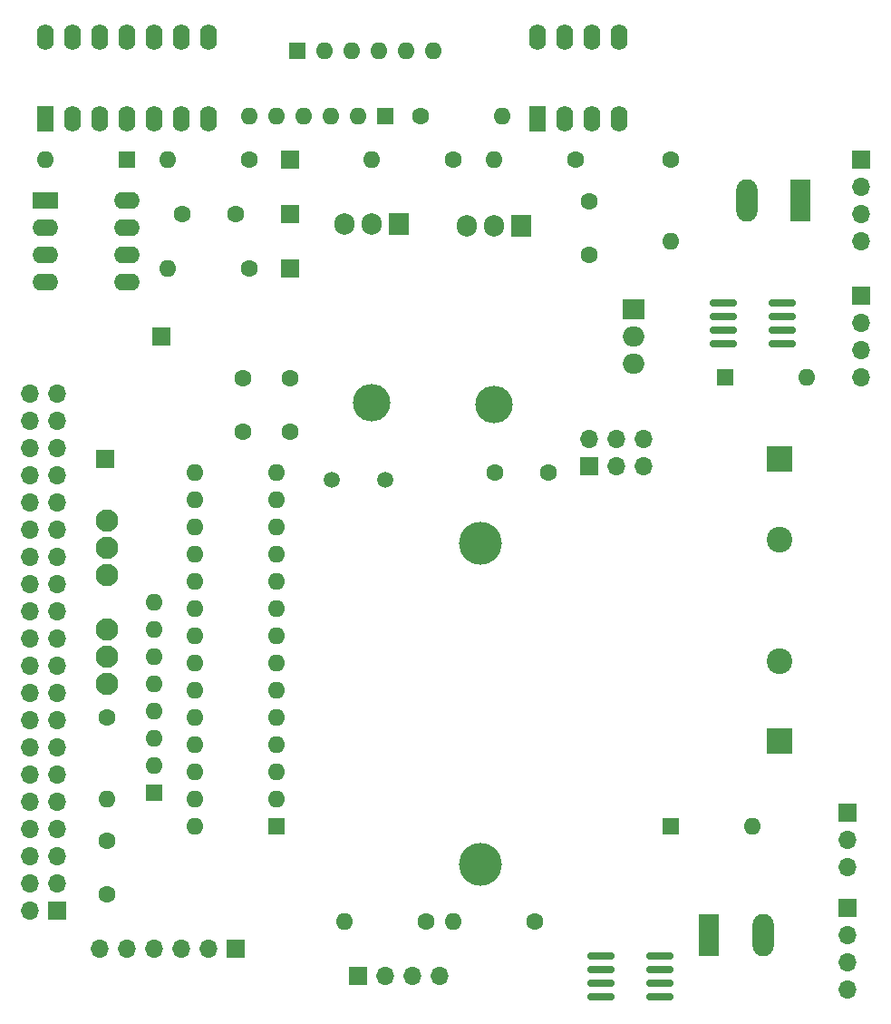
<source format=gts>
G04 #@! TF.GenerationSoftware,KiCad,Pcbnew,(6.0.6-0)*
G04 #@! TF.CreationDate,2022-09-27T20:01:57-07:00*
G04 #@! TF.ProjectId,Atverter_Ev1r4,41747665-7274-4657-925f-45763172342e,rev?*
G04 #@! TF.SameCoordinates,Original*
G04 #@! TF.FileFunction,Soldermask,Top*
G04 #@! TF.FilePolarity,Negative*
%FSLAX46Y46*%
G04 Gerber Fmt 4.6, Leading zero omitted, Abs format (unit mm)*
G04 Created by KiCad (PCBNEW (6.0.6-0)) date 2022-09-27 20:01:57*
%MOMM*%
%LPD*%
G01*
G04 APERTURE LIST*
G04 Aperture macros list*
%AMRoundRect*
0 Rectangle with rounded corners*
0 $1 Rounding radius*
0 $2 $3 $4 $5 $6 $7 $8 $9 X,Y pos of 4 corners*
0 Add a 4 corners polygon primitive as box body*
4,1,4,$2,$3,$4,$5,$6,$7,$8,$9,$2,$3,0*
0 Add four circle primitives for the rounded corners*
1,1,$1+$1,$2,$3*
1,1,$1+$1,$4,$5*
1,1,$1+$1,$6,$7*
1,1,$1+$1,$8,$9*
0 Add four rect primitives between the rounded corners*
20,1,$1+$1,$2,$3,$4,$5,0*
20,1,$1+$1,$4,$5,$6,$7,0*
20,1,$1+$1,$6,$7,$8,$9,0*
20,1,$1+$1,$8,$9,$2,$3,0*%
G04 Aperture macros list end*
%ADD10R,1.700000X1.700000*%
%ADD11O,1.600000X1.600000*%
%ADD12R,1.600000X1.600000*%
%ADD13O,1.700000X1.700000*%
%ADD14C,1.600000*%
%ADD15C,4.000000*%
%ADD16O,3.500000X3.500000*%
%ADD17R,1.905000X2.000000*%
%ADD18O,1.905000X2.000000*%
%ADD19R,2.400000X2.400000*%
%ADD20C,2.400000*%
%ADD21RoundRect,0.150000X1.100000X0.150000X-1.100000X0.150000X-1.100000X-0.150000X1.100000X-0.150000X0*%
%ADD22C,2.100000*%
%ADD23R,1.600000X2.400000*%
%ADD24O,1.600000X2.400000*%
%ADD25C,1.500000*%
%ADD26R,2.400000X1.600000*%
%ADD27O,2.400000X1.600000*%
%ADD28R,1.980000X3.960000*%
%ADD29O,1.980000X3.960000*%
%ADD30R,2.000000X1.905000*%
%ADD31O,2.000000X1.905000*%
G04 APERTURE END LIST*
D10*
X74168000Y-83820000D03*
D11*
X87630000Y-51816000D03*
X90170000Y-51816000D03*
X92710000Y-51816000D03*
X95250000Y-51816000D03*
X97790000Y-51816000D03*
D12*
X100330000Y-51816000D03*
D13*
X124460000Y-81915000D03*
X124460000Y-84455000D03*
X121920000Y-81915000D03*
X121920000Y-84455000D03*
X119380000Y-81915000D03*
D10*
X119380000Y-84455000D03*
X91440000Y-60960000D03*
D14*
X74295000Y-107950000D03*
D11*
X74295000Y-115570000D03*
D15*
X109220000Y-91680000D03*
X109220000Y-121680000D03*
D16*
X99060000Y-78550000D03*
D17*
X101600000Y-61890000D03*
D18*
X99060000Y-61890000D03*
X96520000Y-61890000D03*
D10*
X144780000Y-68590000D03*
D13*
X144780000Y-71130000D03*
X144780000Y-73670000D03*
X144780000Y-76210000D03*
D10*
X91440000Y-66040000D03*
D14*
X87630000Y-55880000D03*
D11*
X80010000Y-55880000D03*
D19*
X137160000Y-83820000D03*
D20*
X137160000Y-91320000D03*
D14*
X87630000Y-66040000D03*
D11*
X80010000Y-66040000D03*
D21*
X137370000Y-73025000D03*
X137370000Y-71755000D03*
X137370000Y-70485000D03*
X137370000Y-69215000D03*
X131870000Y-69215000D03*
X131870000Y-70485000D03*
X131870000Y-71755000D03*
X131870000Y-73025000D03*
D12*
X90160000Y-118100000D03*
D11*
X90160000Y-115560000D03*
X90160000Y-113020000D03*
X90160000Y-110480000D03*
X90160000Y-107940000D03*
X90160000Y-105400000D03*
X90160000Y-102860000D03*
X90160000Y-100320000D03*
X90160000Y-97780000D03*
X90160000Y-95240000D03*
X90160000Y-92700000D03*
X90160000Y-90160000D03*
X90160000Y-87620000D03*
X90160000Y-85080000D03*
X82540000Y-85080000D03*
X82540000Y-87620000D03*
X82540000Y-90160000D03*
X82540000Y-92700000D03*
X82540000Y-95240000D03*
X82540000Y-97780000D03*
X82540000Y-100320000D03*
X82540000Y-102860000D03*
X82540000Y-105400000D03*
X82540000Y-107940000D03*
X82540000Y-110480000D03*
X82540000Y-113020000D03*
X82540000Y-115560000D03*
X82540000Y-118100000D03*
D14*
X74295000Y-124460000D03*
X74295000Y-119460000D03*
X114300000Y-127000000D03*
D11*
X106680000Y-127000000D03*
D12*
X78740000Y-114945000D03*
D11*
X78740000Y-112405000D03*
X78740000Y-109865000D03*
X78740000Y-107325000D03*
X78740000Y-104785000D03*
X78740000Y-102245000D03*
X78740000Y-99705000D03*
X78740000Y-97165000D03*
D22*
X74295000Y-104775000D03*
X74295000Y-102235000D03*
X74295000Y-99695000D03*
D14*
X119380000Y-59730000D03*
X119380000Y-64730000D03*
D23*
X68575000Y-52085000D03*
D24*
X71115000Y-52085000D03*
X73655000Y-52085000D03*
X76195000Y-52085000D03*
X78735000Y-52085000D03*
X81275000Y-52085000D03*
X83815000Y-52085000D03*
X83815000Y-44465000D03*
X81275000Y-44465000D03*
X78735000Y-44465000D03*
X76195000Y-44465000D03*
X73655000Y-44465000D03*
X71115000Y-44465000D03*
X68575000Y-44465000D03*
D22*
X74360370Y-94615000D03*
X74360370Y-92075000D03*
X74360370Y-89535000D03*
D16*
X110490000Y-78740000D03*
D17*
X113030000Y-62080000D03*
D18*
X110490000Y-62080000D03*
X107950000Y-62080000D03*
D14*
X86995000Y-81240000D03*
X86995000Y-76240000D03*
X104140000Y-127000000D03*
D11*
X96520000Y-127000000D03*
D23*
X114564000Y-52085000D03*
D24*
X117104000Y-52085000D03*
X119644000Y-52085000D03*
X122184000Y-52085000D03*
X122184000Y-44465000D03*
X119644000Y-44465000D03*
X117104000Y-44465000D03*
X114564000Y-44465000D03*
D14*
X103632000Y-51816000D03*
D11*
X111252000Y-51816000D03*
D25*
X95290000Y-85725000D03*
X100290000Y-85725000D03*
D12*
X92075000Y-45720000D03*
D11*
X94615000Y-45720000D03*
X97155000Y-45720000D03*
X99695000Y-45720000D03*
X102235000Y-45720000D03*
X104775000Y-45720000D03*
D12*
X132080000Y-76200000D03*
D11*
X139700000Y-76200000D03*
D14*
X115530000Y-85090000D03*
X110530000Y-85090000D03*
D10*
X79375000Y-72390000D03*
D12*
X76190000Y-55870000D03*
D11*
X68570000Y-55870000D03*
D21*
X125940000Y-133985000D03*
X125940000Y-132715000D03*
X125940000Y-131445000D03*
X125940000Y-130175000D03*
X120440000Y-130175000D03*
X120440000Y-131445000D03*
X120440000Y-132715000D03*
X120440000Y-133985000D03*
D26*
X68580000Y-59690000D03*
D27*
X68580000Y-62230000D03*
X68580000Y-64770000D03*
X68580000Y-67310000D03*
X76200000Y-67310000D03*
X76200000Y-64770000D03*
X76200000Y-62230000D03*
X76200000Y-59690000D03*
D28*
X139065000Y-59690000D03*
D29*
X134065000Y-59690000D03*
D19*
X137160000Y-110157780D03*
D20*
X137160000Y-102657780D03*
D10*
X143510000Y-116855000D03*
D13*
X143510000Y-119395000D03*
X143510000Y-121935000D03*
D12*
X127000000Y-118110000D03*
D11*
X134620000Y-118110000D03*
D14*
X127015000Y-55880000D03*
D11*
X127015000Y-63500000D03*
D14*
X106680000Y-55880000D03*
D11*
X99060000Y-55880000D03*
D14*
X86360000Y-60960000D03*
X81360000Y-60960000D03*
D10*
X86360000Y-129540000D03*
D13*
X83820000Y-129540000D03*
X81280000Y-129540000D03*
X78740000Y-129540000D03*
X76200000Y-129540000D03*
X73660000Y-129540000D03*
D10*
X143510000Y-125730000D03*
D13*
X143510000Y-128270000D03*
X143510000Y-130810000D03*
X143510000Y-133350000D03*
D10*
X91440000Y-55880000D03*
X97790000Y-132080000D03*
D13*
X100330000Y-132080000D03*
X102870000Y-132080000D03*
X105410000Y-132080000D03*
D10*
X144780000Y-55890000D03*
D13*
X144780000Y-58430000D03*
X144780000Y-60970000D03*
X144780000Y-63510000D03*
D30*
X123515000Y-69850000D03*
D31*
X123515000Y-72390000D03*
X123515000Y-74930000D03*
D14*
X118110000Y-55880000D03*
D11*
X110490000Y-55880000D03*
D28*
X130585000Y-128270000D03*
D29*
X135585000Y-128270000D03*
D14*
X91440000Y-76240000D03*
X91440000Y-81240000D03*
D10*
X69710000Y-125940000D03*
D13*
X67170000Y-125940000D03*
X69710000Y-123400000D03*
X67170000Y-123400000D03*
X69710000Y-120860000D03*
X67170000Y-120860000D03*
X69710000Y-118320000D03*
X67170000Y-118320000D03*
X69710000Y-115780000D03*
X67170000Y-115780000D03*
X69710000Y-113240000D03*
X67170000Y-113240000D03*
X69710000Y-110700000D03*
X67170000Y-110700000D03*
X69710000Y-108160000D03*
X67170000Y-108160000D03*
X69710000Y-105620000D03*
X67170000Y-105620000D03*
X69710000Y-103080000D03*
X67170000Y-103080000D03*
X69710000Y-100540000D03*
X67170000Y-100540000D03*
X69710000Y-98000000D03*
X67170000Y-98000000D03*
X69710000Y-95460000D03*
X67170000Y-95460000D03*
X69710000Y-92920000D03*
X67170000Y-92920000D03*
X69710000Y-90380000D03*
X67170000Y-90380000D03*
X69710000Y-87840000D03*
X67170000Y-87840000D03*
X69710000Y-85300000D03*
X67170000Y-85300000D03*
X69710000Y-82760000D03*
X67170000Y-82760000D03*
X69710000Y-80220000D03*
X67170000Y-80220000D03*
X69710000Y-77680000D03*
X67170000Y-77680000D03*
M02*

</source>
